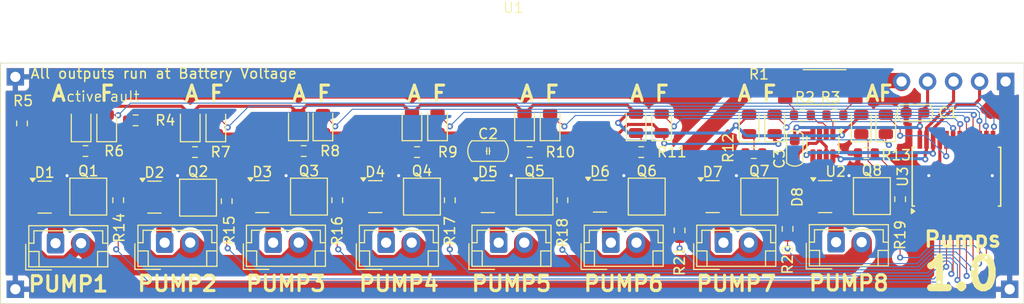
<source format=kicad_pcb>
(kicad_pcb
	(version 20241229)
	(generator "pcbnew")
	(generator_version "9.0")
	(general
		(thickness 1.6)
		(legacy_teardrops no)
	)
	(paper "A4")
	(layers
		(0 "F.Cu" signal)
		(2 "B.Cu" signal)
		(9 "F.Adhes" user "F.Adhesive")
		(11 "B.Adhes" user "B.Adhesive")
		(13 "F.Paste" user)
		(15 "B.Paste" user)
		(5 "F.SilkS" user "F.Silkscreen")
		(7 "B.SilkS" user "B.Silkscreen")
		(1 "F.Mask" user)
		(3 "B.Mask" user)
		(17 "Dwgs.User" user "User.Drawings")
		(19 "Cmts.User" user "User.Comments")
		(21 "Eco1.User" user "User.Eco1")
		(23 "Eco2.User" user "User.Eco2")
		(25 "Edge.Cuts" user)
		(27 "Margin" user)
		(31 "F.CrtYd" user "F.Courtyard")
		(29 "B.CrtYd" user "B.Courtyard")
		(35 "F.Fab" user)
		(33 "B.Fab" user)
		(39 "User.1" user)
		(41 "User.2" user)
		(43 "User.3" user)
		(45 "User.4" user)
	)
	(setup
		(pad_to_mask_clearance 0)
		(allow_soldermask_bridges_in_footprints no)
		(tenting front back)
		(pcbplotparams
			(layerselection 0x00000000_00000000_55555555_5755f5ff)
			(plot_on_all_layers_selection 0x00000000_00000000_00000000_00000000)
			(disableapertmacros no)
			(usegerberextensions no)
			(usegerberattributes yes)
			(usegerberadvancedattributes yes)
			(creategerberjobfile yes)
			(dashed_line_dash_ratio 12.000000)
			(dashed_line_gap_ratio 3.000000)
			(svgprecision 4)
			(plotframeref no)
			(mode 1)
			(useauxorigin no)
			(hpglpennumber 1)
			(hpglpenspeed 20)
			(hpglpendiameter 15.000000)
			(pdf_front_fp_property_popups yes)
			(pdf_back_fp_property_popups yes)
			(pdf_metadata yes)
			(pdf_single_document no)
			(dxfpolygonmode yes)
			(dxfimperialunits yes)
			(dxfusepcbnewfont yes)
			(psnegative no)
			(psa4output no)
			(plot_black_and_white yes)
			(sketchpadsonfab no)
			(plotpadnumbers no)
			(hidednponfab no)
			(sketchdnponfab yes)
			(crossoutdnponfab yes)
			(subtractmaskfromsilk no)
			(outputformat 1)
			(mirror no)
			(drillshape 1)
			(scaleselection 1)
			(outputdirectory "")
		)
	)
	(net 0 "")
	(net 1 "GND")
	(net 2 "Net-(PUMP2-Pin_1)")
	(net 3 "VBAT")
	(net 4 "Net-(PUMP3-Pin_1)")
	(net 5 "Net-(PUMP4-Pin_1)")
	(net 6 "Net-(PUMP1-Pin_1)")
	(net 7 "Net-(PUMP5-Pin_1)")
	(net 8 "Net-(PUMP6-Pin_1)")
	(net 9 "Net-(PUMP7-Pin_1)")
	(net 10 "Net-(PUMP8-Pin_1)")
	(net 11 "5K_VBAT")
	(net 12 "Net-(P_FAULT1-K)")
	(net 13 "Net-(P_FAULT1-A)")
	(net 14 "Net-(P_FAULT2-A)")
	(net 15 "Net-(P_FAULT3-A)")
	(net 16 "Net-(P_FAULT4-A)")
	(net 17 "Net-(P_FAULT5-A)")
	(net 18 "Net-(P_FAULT6-A)")
	(net 19 "Net-(P_FAULT7-A)")
	(net 20 "Net-(P_FAULT8-A)")
	(net 21 "Net-(Q5-G)")
	(net 22 "PUMP1")
	(net 23 "Net-(Q7-G)")
	(net 24 "PUMP3")
	(net 25 "Net-(Q8-G)")
	(net 26 "PUMP4")
	(net 27 "PUMP5")
	(net 28 "PUMP6")
	(net 29 "PUMP7")
	(net 30 "PUMP8")
	(net 31 "PUMP2")
	(net 32 "3_3V")
	(net 33 "SDA")
	(net 34 "SCL")
	(net 35 "Net-(Q1-G)")
	(net 36 "Net-(Q2-G)")
	(net 37 "Net-(Q3-G)")
	(net 38 "Net-(Q4-G)")
	(net 39 "Net-(Q6-G)")
	(net 40 "Net-(R1-Pad3)")
	(net 41 "VCC")
	(net 42 "Net-(R1-Pad2)")
	(net 43 "Net-(U2-IN-)")
	(net 44 "Net-(U2-IN+)")
	(net 45 "unconnected-(U3-~{INT}-Pad1)")
	(footprint "Resistor_SMD:R_0603_1608Metric" (layer "F.Cu") (at 127.8 90.8 90))
	(footprint "PCM_Package_TO_SOT_SMD_AKL:SOT-23" (layer "F.Cu") (at 125.0375 90.45 180))
	(footprint "PCM_Package_TO_SOT_SMD_AKL:SOT-23" (layer "F.Cu") (at 147.075 90.45 180))
	(footprint "PCM_Package_TO_SOT_SMD_AKL:SOT-23" (layer "F.Cu") (at 103.475 90.45 180))
	(footprint "Connector_JST:JST_EH_B2B-EH-A_1x02_P2.50mm_Vertical" (layer "F.Cu") (at 176.5375 94.9))
	(footprint "Connector_JST:JST_EH_B2B-EH-A_1x02_P2.50mm_Vertical" (layer "F.Cu") (at 165.5375 94.95))
	(footprint "PCM_Package_TO_SOT_SMD_AKL:SOT-23" (layer "F.Cu") (at 158.0375 90.45 180))
	(footprint "Resistor_SMD:R_0603_1608Metric" (layer "F.Cu") (at 182.8 90.7 90))
	(footprint "Resistor_SMD:R_0603_1608Metric" (layer "F.Cu") (at 146.6 86.1 180))
	(footprint "LED_SMD:LED_0805_2012Metric" (layer "F.Cu") (at 148.6 83.3 90))
	(footprint "Resistor_SMD:R_0603_1608Metric" (layer "F.Cu") (at 157.5 86.1 180))
	(footprint "LED_SMD:LED_0805_2012Metric" (layer "F.Cu") (at 157 83.3 90))
	(footprint "Resistor_SMD:R_0603_1608Metric" (layer "F.Cu") (at 161.25 93.75 90))
	(footprint "LED_SMD:LED_0805_2012Metric" (layer "F.Cu") (at 113.4375 83.4 90))
	(footprint "Resistor_SMD:R_0603_1608Metric" (layer "F.Cu") (at 106.4 90.8 90))
	(footprint "Resistor_SMD:R_0603_1608Metric" (layer "F.Cu") (at 113.9 86.1 180))
	(footprint "LED_SMD:LED_0805_2012Metric" (layer "F.Cu") (at 137.6 83.3 90))
	(footprint "Resistor_SMD:R_0603_1608Metric" (layer "F.Cu") (at 168.5 86.2 180))
	(footprint "PCM_Package_TO_SOT_SMD_AKL:SOT-23" (layer "F.Cu") (at 136.075 90.45 180))
	(footprint "LED_SMD:LED_0805_2012Metric" (layer "F.Cu") (at 146.1 83.3 90))
	(footprint "PCM_Capacitor_SMD_Handsoldering_AKL:C_0603_1608Metric_Pad1.08x0.95mm" (layer "F.Cu") (at 172.5 85.75 90))
	(footprint "Package_TO_SOT_SMD:SOT-23-8" (layer "F.Cu") (at 175.25 85.3625 -90))
	(footprint "LED_SMD:LED_0805_2012Metric" (layer "F.Cu") (at 179 83.4 90))
	(footprint "LED_SMD:LED_0805_2012Metric" (layer "F.Cu") (at 102.775 83.4 90))
	(footprint "Modules:PumpModule" (layer "F.Cu") (at 145.1 72.5))
	(footprint "Package_SO:SSOP-24_5.3x8.2mm_P0.65mm" (layer "F.Cu") (at 188.3 88.5 90))
	(footprint "board:R_Shunt_Vishay_WSK2512_6332Metric_T1.19mm" (layer "F.Cu") (at 175 79.75 180))
	(footprint "Connector_JST:JST_EH_B2B-EH-A_1x02_P2.50mm_Vertical" (layer "F.Cu") (at 143.575 94.95))
	(footprint "LED_SMD:LED_0805_2012Metric" (layer "F.Cu") (at 124 83.3 90))
	(footprint "Resistor_SMD:R_0603_1608Metric" (layer "F.Cu") (at 171.8 93.6 90))
	(footprint "LED_SMD:LED_0805_2012Metric" (layer "F.Cu") (at 170.5375 83.4 90))
	(footprint "Connector_JST:JST_EH_B2B-EH-A_1x02_P2.50mm_Vertical" (layer "F.Cu") (at 154.5375 94.95))
	(footprint "PCM_Capacitor_SMD_Handsoldering_AKL:C_0805_2012Metric_Pad1.18x1.45mm" (layer "F.Cu") (at 142.5375 86))
	(footprint "Resistor_SMD:R_0603_1608Metric" (layer "F.Cu") (at 176.425 82.5 180))
	(footprint "Resistor_SMD:R_0603_1608Metric" (layer "F.Cu") (at 173.25 82.5 180))
	(footprint "LED_SMD:LED_0805_2012Metric" (layer "F.Cu") (at 168.0375 83.4 90))
	(footprint "PCM_Package_TO_SOT_SMD_AKL:SOT-23" (layer "F.Cu") (at 114.2 90.55 180))
	(footprint "LED_SMD:LED_0805_2012Metric"
		(layer "F.Cu")
		(uuid "90191154-05f8-436f-8852-91848b40c7b4")
		(at 115.9375 83.4 90)
		(descr "LED SMD 0805 (2012 Metric), square (rectangular) end terminal, IPC_7351 nominal, (Body size source: https://docs.google.com/spreadsheets/d/1BsfQQcO9C6DZCsRaXUlFlo91Tg2WpOkGARC1WS5S8t0/edit?usp=sharing), generated with kicad-footprint-generator")
		(tags "LED")
		(property "Reference" "P_FAULT2"
			(at 0 -1.65 90)
			(layer "F.SilkS")
			(hide yes)
			(uuid "eaf20928-f357-4f59-8f04-dc2b0cf3d3ce")
			(effects
				(font
					(size 1 1)
					(thickness 0.15)
				)
			)
		)
		(property "Value" "RED"
			(at 0 1.65 90)
			(layer "F.Fab")
			(uuid "159fb85c-eb64-485e-9f98-01ea09c56c73")
			(effects
				(font
					(size 1 1)
					(thickness 0.15)
				)
			)
		)
		(property "Datasheet" ""
			(at 0 0 90)
			(unlocked yes)
			(layer "F.Fab")
			(hide yes)
			(uuid "a18b50aa-2feb-4711-8aab-24844acc77a1")
			(effects
				(font
					(size 1.27 1.27)
					(thickness 0.15)
				)
			)
		)
		(property "Description" "Light emitting diode"
			(at 0 0 90)
			(unlocked yes)
			(layer "F.Fab")
			(hide yes)
			(uuid "755ff65b-0177-43f0-9f57-62b852dccf66")
			(effects
				(font
					(size 1.27 1.27)
					(thickness 0.15)
				)
			)
		)
		(property "LCSC_PART_NUMBER" "C205441"
			(at 0 0 90)
			(unlocked yes)
			(layer "F.Fab")
			(hide yes)
			(uuid "d1977403-e360-4440-ba55-9ad8be9f5803")
			(effects
				(font
					(size 1 1)
					(thickness 0.15)
				)
			)
		)
		(property "Sim.Pins" "1=K 2=A"
			(at 0 0 90)
			(unlocked yes)
			(layer "F.Fab")
			(hide yes)
			(uuid "b2060eb2-edf3-4803-a05a-f18fe4d05ee6")
			(effects
				(font
					(size 1 1)
... [398529 chars truncated]
</source>
